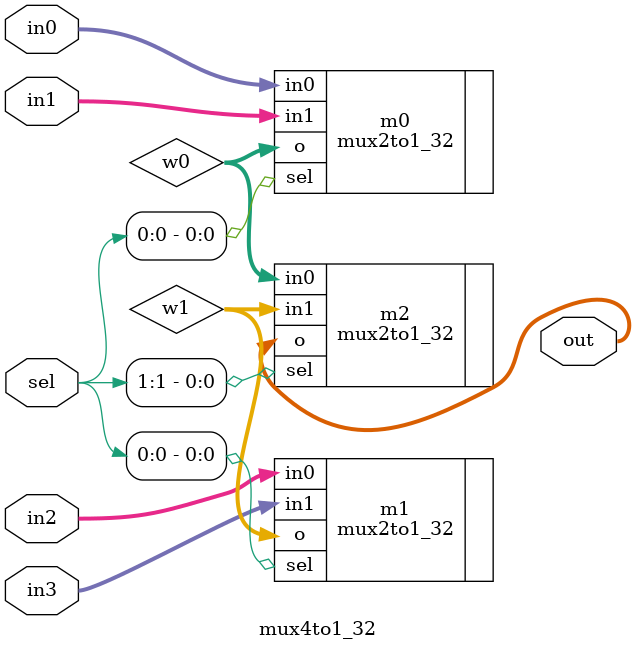
<source format=sv>
module mux4to1_32 (
    input  logic [31:0] in0,
    input  logic [31:0] in1,
    input  logic [31:0] in2,
    input  logic [31:0] in3,
    input  logic [1:0]  sel,
    output logic [31:0] out
);
    logic [31:0] w0, w1;

    // Tầng đầu tiên: chọn giữa in0/in1 và in2/in3
    mux2to1_32 m0 (.in0(in0), .in1(in1), .sel(sel[0]), .o(w0));
    mux2to1_32 m1 (.in0(in2), .in1(in3), .sel(sel[0]), .o(w1));

    // Tầng thứ hai: chọn giữa w0 và w1
    mux2to1_32 m2 (.in0(w0), .in1(w1), .sel(sel[1]), .o(out));
endmodule

</source>
